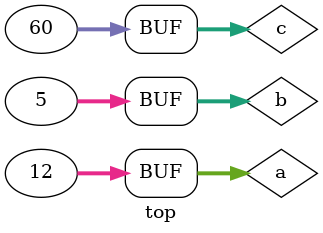
<source format=sv>
/*
:name: binary_op_mul
:description: * operator test
:should_fail: 0
:tags: 11.4.3
*/
module top();
int a = 12;
int b = 5;
int c;
initial begin
    c = a * b;
end
endmodule
</source>
